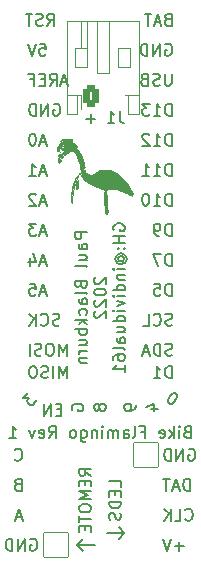
<source format=gbo>
%TF.GenerationSoftware,KiCad,Pcbnew,(6.0.7)*%
%TF.CreationDate,2022-08-02T21:03:16-07:00*%
%TF.ProjectId,Bike Flamingo for Itsy Bitsy 5V 16MHz_ USB Power Rev 1,42696b65-2046-46c6-916d-696e676f2066,rev?*%
%TF.SameCoordinates,Original*%
%TF.FileFunction,Legend,Bot*%
%TF.FilePolarity,Positive*%
%FSLAX46Y46*%
G04 Gerber Fmt 4.6, Leading zero omitted, Abs format (unit mm)*
G04 Created by KiCad (PCBNEW (6.0.7)) date 2022-08-02 21:03:16*
%MOMM*%
%LPD*%
G01*
G04 APERTURE LIST*
G04 Aperture macros list*
%AMRoundRect*
0 Rectangle with rounded corners*
0 $1 Rounding radius*
0 $2 $3 $4 $5 $6 $7 $8 $9 X,Y pos of 4 corners*
0 Add a 4 corners polygon primitive as box body*
4,1,4,$2,$3,$4,$5,$6,$7,$8,$9,$2,$3,0*
0 Add four circle primitives for the rounded corners*
1,1,$1+$1,$2,$3*
1,1,$1+$1,$4,$5*
1,1,$1+$1,$6,$7*
1,1,$1+$1,$8,$9*
0 Add four rect primitives between the rounded corners*
20,1,$1+$1,$2,$3,$4,$5,0*
20,1,$1+$1,$4,$5,$6,$7,0*
20,1,$1+$1,$6,$7,$8,$9,0*
20,1,$1+$1,$8,$9,$2,$3,0*%
G04 Aperture macros list end*
%ADD10C,0.150000*%
%ADD11C,0.120000*%
%ADD12C,0.010000*%
%ADD13C,1.625600*%
%ADD14RoundRect,0.050800X-1.050000X1.050000X-1.050000X-1.050000X1.050000X-1.050000X1.050000X1.050000X0*%
%ADD15C,2.201600*%
%ADD16RoundRect,0.050800X1.050000X-1.050000X1.050000X1.050000X-1.050000X1.050000X-1.050000X-1.050000X0*%
%ADD17RoundRect,0.300800X-0.350000X-0.625000X0.350000X-0.625000X0.350000X0.625000X-0.350000X0.625000X0*%
%ADD18O,1.301600X1.851600*%
G04 APERTURE END LIST*
D10*
X126250000Y-128500000D02*
X127750000Y-128500000D01*
X127250000Y-128000000D02*
X127750000Y-128500000D01*
X127250000Y-129000000D02*
X127750000Y-128500000D01*
X127750000Y-128500000D02*
X126250000Y-128500000D01*
X124250000Y-130000000D02*
X123750000Y-129500000D01*
X124250000Y-129000000D02*
X123750000Y-129500000D01*
X125250000Y-129500000D02*
X123750000Y-129500000D01*
X123750000Y-129500000D02*
X125250000Y-129500000D01*
X125298152Y-93416428D02*
X124536247Y-93416428D01*
X124917200Y-93797380D02*
X124917200Y-93035476D01*
X132764642Y-129611428D02*
X132002738Y-129611428D01*
X132383690Y-129992380D02*
X132383690Y-129230476D01*
X131669404Y-128992380D02*
X131336071Y-129992380D01*
X131002738Y-128992380D01*
X127452380Y-124610952D02*
X127452380Y-124134761D01*
X126452380Y-124134761D01*
X126928571Y-124944285D02*
X126928571Y-125277619D01*
X127452380Y-125420476D02*
X127452380Y-124944285D01*
X126452380Y-124944285D01*
X126452380Y-125420476D01*
X127452380Y-125849047D02*
X126452380Y-125849047D01*
X126452380Y-126087142D01*
X126500000Y-126230000D01*
X126595238Y-126325238D01*
X126690476Y-126372857D01*
X126880952Y-126420476D01*
X127023809Y-126420476D01*
X127214285Y-126372857D01*
X127309523Y-126325238D01*
X127404761Y-126230000D01*
X127452380Y-126087142D01*
X127452380Y-125849047D01*
X127404761Y-126801428D02*
X127452380Y-126944285D01*
X127452380Y-127182380D01*
X127404761Y-127277619D01*
X127357142Y-127325238D01*
X127261904Y-127372857D01*
X127166666Y-127372857D01*
X127071428Y-127325238D01*
X127023809Y-127277619D01*
X126976190Y-127182380D01*
X126928571Y-126991904D01*
X126880952Y-126896666D01*
X126833333Y-126849047D01*
X126738095Y-126801428D01*
X126642857Y-126801428D01*
X126547619Y-126849047D01*
X126500000Y-126896666D01*
X126452380Y-126991904D01*
X126452380Y-127230000D01*
X126500000Y-127372857D01*
X133193214Y-121420000D02*
X133288452Y-121372380D01*
X133431309Y-121372380D01*
X133574166Y-121420000D01*
X133669404Y-121515238D01*
X133717023Y-121610476D01*
X133764642Y-121800952D01*
X133764642Y-121943809D01*
X133717023Y-122134285D01*
X133669404Y-122229523D01*
X133574166Y-122324761D01*
X133431309Y-122372380D01*
X133336071Y-122372380D01*
X133193214Y-122324761D01*
X133145595Y-122277142D01*
X133145595Y-121943809D01*
X133336071Y-121943809D01*
X132717023Y-122372380D02*
X132717023Y-121372380D01*
X132145595Y-122372380D01*
X132145595Y-121372380D01*
X131669404Y-122372380D02*
X131669404Y-121372380D01*
X131431309Y-121372380D01*
X131288452Y-121420000D01*
X131193214Y-121515238D01*
X131145595Y-121610476D01*
X131097976Y-121800952D01*
X131097976Y-121943809D01*
X131145595Y-122134285D01*
X131193214Y-122229523D01*
X131288452Y-122324761D01*
X131431309Y-122372380D01*
X131669404Y-122372380D01*
X132907500Y-127357142D02*
X132955119Y-127404761D01*
X133097976Y-127452380D01*
X133193214Y-127452380D01*
X133336071Y-127404761D01*
X133431309Y-127309523D01*
X133478928Y-127214285D01*
X133526547Y-127023809D01*
X133526547Y-126880952D01*
X133478928Y-126690476D01*
X133431309Y-126595238D01*
X133336071Y-126500000D01*
X133193214Y-126452380D01*
X133097976Y-126452380D01*
X132955119Y-126500000D01*
X132907500Y-126547619D01*
X132002738Y-127452380D02*
X132478928Y-127452380D01*
X132478928Y-126452380D01*
X131669404Y-127452380D02*
X131669404Y-126452380D01*
X131097976Y-127452380D02*
X131526547Y-126880952D01*
X131097976Y-126452380D02*
X131669404Y-127023809D01*
X133288452Y-124912380D02*
X133288452Y-123912380D01*
X133050357Y-123912380D01*
X132907500Y-123960000D01*
X132812261Y-124055238D01*
X132764642Y-124150476D01*
X132717023Y-124340952D01*
X132717023Y-124483809D01*
X132764642Y-124674285D01*
X132812261Y-124769523D01*
X132907500Y-124864761D01*
X133050357Y-124912380D01*
X133288452Y-124912380D01*
X132336071Y-124626666D02*
X131859880Y-124626666D01*
X132431309Y-124912380D02*
X132097976Y-123912380D01*
X131764642Y-124912380D01*
X131574166Y-123912380D02*
X131002738Y-123912380D01*
X131288452Y-124912380D02*
X131288452Y-123912380D01*
X124572380Y-103061190D02*
X123572380Y-103061190D01*
X123572380Y-103442142D01*
X123620000Y-103537380D01*
X123667619Y-103585000D01*
X123762857Y-103632619D01*
X123905714Y-103632619D01*
X124000952Y-103585000D01*
X124048571Y-103537380D01*
X124096190Y-103442142D01*
X124096190Y-103061190D01*
X124572380Y-104489761D02*
X124048571Y-104489761D01*
X123953333Y-104442142D01*
X123905714Y-104346904D01*
X123905714Y-104156428D01*
X123953333Y-104061190D01*
X124524761Y-104489761D02*
X124572380Y-104394523D01*
X124572380Y-104156428D01*
X124524761Y-104061190D01*
X124429523Y-104013571D01*
X124334285Y-104013571D01*
X124239047Y-104061190D01*
X124191428Y-104156428D01*
X124191428Y-104394523D01*
X124143809Y-104489761D01*
X123905714Y-105394523D02*
X124572380Y-105394523D01*
X123905714Y-104965952D02*
X124429523Y-104965952D01*
X124524761Y-105013571D01*
X124572380Y-105108809D01*
X124572380Y-105251666D01*
X124524761Y-105346904D01*
X124477142Y-105394523D01*
X124572380Y-106013571D02*
X124524761Y-105918333D01*
X124429523Y-105870714D01*
X123572380Y-105870714D01*
X124048571Y-107489761D02*
X124096190Y-107632619D01*
X124143809Y-107680238D01*
X124239047Y-107727857D01*
X124381904Y-107727857D01*
X124477142Y-107680238D01*
X124524761Y-107632619D01*
X124572380Y-107537380D01*
X124572380Y-107156428D01*
X123572380Y-107156428D01*
X123572380Y-107489761D01*
X123620000Y-107585000D01*
X123667619Y-107632619D01*
X123762857Y-107680238D01*
X123858095Y-107680238D01*
X123953333Y-107632619D01*
X124000952Y-107585000D01*
X124048571Y-107489761D01*
X124048571Y-107156428D01*
X124572380Y-108299285D02*
X124524761Y-108204047D01*
X124429523Y-108156428D01*
X123572380Y-108156428D01*
X124572380Y-109108809D02*
X124048571Y-109108809D01*
X123953333Y-109061190D01*
X123905714Y-108965952D01*
X123905714Y-108775476D01*
X123953333Y-108680238D01*
X124524761Y-109108809D02*
X124572380Y-109013571D01*
X124572380Y-108775476D01*
X124524761Y-108680238D01*
X124429523Y-108632619D01*
X124334285Y-108632619D01*
X124239047Y-108680238D01*
X124191428Y-108775476D01*
X124191428Y-109013571D01*
X124143809Y-109108809D01*
X124524761Y-110013571D02*
X124572380Y-109918333D01*
X124572380Y-109727857D01*
X124524761Y-109632619D01*
X124477142Y-109585000D01*
X124381904Y-109537380D01*
X124096190Y-109537380D01*
X124000952Y-109585000D01*
X123953333Y-109632619D01*
X123905714Y-109727857D01*
X123905714Y-109918333D01*
X123953333Y-110013571D01*
X124572380Y-110442142D02*
X123572380Y-110442142D01*
X124191428Y-110537380D02*
X124572380Y-110823095D01*
X123905714Y-110823095D02*
X124286666Y-110442142D01*
X124572380Y-111251666D02*
X123572380Y-111251666D01*
X123953333Y-111251666D02*
X123905714Y-111346904D01*
X123905714Y-111537380D01*
X123953333Y-111632619D01*
X124000952Y-111680238D01*
X124096190Y-111727857D01*
X124381904Y-111727857D01*
X124477142Y-111680238D01*
X124524761Y-111632619D01*
X124572380Y-111537380D01*
X124572380Y-111346904D01*
X124524761Y-111251666D01*
X123905714Y-112585000D02*
X124572380Y-112585000D01*
X123905714Y-112156428D02*
X124429523Y-112156428D01*
X124524761Y-112204047D01*
X124572380Y-112299285D01*
X124572380Y-112442142D01*
X124524761Y-112537380D01*
X124477142Y-112585000D01*
X124572380Y-113061190D02*
X123905714Y-113061190D01*
X124096190Y-113061190D02*
X124000952Y-113108809D01*
X123953333Y-113156428D01*
X123905714Y-113251666D01*
X123905714Y-113346904D01*
X123905714Y-113680238D02*
X124572380Y-113680238D01*
X124000952Y-113680238D02*
X123953333Y-113727857D01*
X123905714Y-113823095D01*
X123905714Y-113965952D01*
X123953333Y-114061190D01*
X124048571Y-114108809D01*
X124572380Y-114108809D01*
X125277619Y-106870714D02*
X125230000Y-106918333D01*
X125182380Y-107013571D01*
X125182380Y-107251666D01*
X125230000Y-107346904D01*
X125277619Y-107394523D01*
X125372857Y-107442142D01*
X125468095Y-107442142D01*
X125610952Y-107394523D01*
X126182380Y-106823095D01*
X126182380Y-107442142D01*
X125182380Y-108061190D02*
X125182380Y-108156428D01*
X125230000Y-108251666D01*
X125277619Y-108299285D01*
X125372857Y-108346904D01*
X125563333Y-108394523D01*
X125801428Y-108394523D01*
X125991904Y-108346904D01*
X126087142Y-108299285D01*
X126134761Y-108251666D01*
X126182380Y-108156428D01*
X126182380Y-108061190D01*
X126134761Y-107965952D01*
X126087142Y-107918333D01*
X125991904Y-107870714D01*
X125801428Y-107823095D01*
X125563333Y-107823095D01*
X125372857Y-107870714D01*
X125277619Y-107918333D01*
X125230000Y-107965952D01*
X125182380Y-108061190D01*
X125277619Y-108775476D02*
X125230000Y-108823095D01*
X125182380Y-108918333D01*
X125182380Y-109156428D01*
X125230000Y-109251666D01*
X125277619Y-109299285D01*
X125372857Y-109346904D01*
X125468095Y-109346904D01*
X125610952Y-109299285D01*
X126182380Y-108727857D01*
X126182380Y-109346904D01*
X125277619Y-109727857D02*
X125230000Y-109775476D01*
X125182380Y-109870714D01*
X125182380Y-110108809D01*
X125230000Y-110204047D01*
X125277619Y-110251666D01*
X125372857Y-110299285D01*
X125468095Y-110299285D01*
X125610952Y-110251666D01*
X126182380Y-109680238D01*
X126182380Y-110299285D01*
X126840000Y-102870714D02*
X126792380Y-102775476D01*
X126792380Y-102632619D01*
X126840000Y-102489761D01*
X126935238Y-102394523D01*
X127030476Y-102346904D01*
X127220952Y-102299285D01*
X127363809Y-102299285D01*
X127554285Y-102346904D01*
X127649523Y-102394523D01*
X127744761Y-102489761D01*
X127792380Y-102632619D01*
X127792380Y-102727857D01*
X127744761Y-102870714D01*
X127697142Y-102918333D01*
X127363809Y-102918333D01*
X127363809Y-102727857D01*
X127792380Y-103346904D02*
X126792380Y-103346904D01*
X127268571Y-103346904D02*
X127268571Y-103918333D01*
X127792380Y-103918333D02*
X126792380Y-103918333D01*
X127697142Y-104394523D02*
X127744761Y-104442142D01*
X127792380Y-104394523D01*
X127744761Y-104346904D01*
X127697142Y-104394523D01*
X127792380Y-104394523D01*
X127173333Y-104394523D02*
X127220952Y-104442142D01*
X127268571Y-104394523D01*
X127220952Y-104346904D01*
X127173333Y-104394523D01*
X127268571Y-104394523D01*
X127316190Y-105489761D02*
X127268571Y-105442142D01*
X127220952Y-105346904D01*
X127220952Y-105251666D01*
X127268571Y-105156428D01*
X127316190Y-105108809D01*
X127411428Y-105061190D01*
X127506666Y-105061190D01*
X127601904Y-105108809D01*
X127649523Y-105156428D01*
X127697142Y-105251666D01*
X127697142Y-105346904D01*
X127649523Y-105442142D01*
X127601904Y-105489761D01*
X127220952Y-105489761D02*
X127601904Y-105489761D01*
X127649523Y-105537380D01*
X127649523Y-105585000D01*
X127601904Y-105680238D01*
X127506666Y-105727857D01*
X127268571Y-105727857D01*
X127125714Y-105632619D01*
X127030476Y-105489761D01*
X126982857Y-105299285D01*
X127030476Y-105108809D01*
X127125714Y-104965952D01*
X127268571Y-104870714D01*
X127459047Y-104823095D01*
X127649523Y-104870714D01*
X127792380Y-104965952D01*
X127887619Y-105108809D01*
X127935238Y-105299285D01*
X127887619Y-105489761D01*
X127792380Y-105632619D01*
X127792380Y-106156428D02*
X127125714Y-106156428D01*
X126792380Y-106156428D02*
X126840000Y-106108809D01*
X126887619Y-106156428D01*
X126840000Y-106204047D01*
X126792380Y-106156428D01*
X126887619Y-106156428D01*
X127125714Y-106632619D02*
X127792380Y-106632619D01*
X127220952Y-106632619D02*
X127173333Y-106680238D01*
X127125714Y-106775476D01*
X127125714Y-106918333D01*
X127173333Y-107013571D01*
X127268571Y-107061190D01*
X127792380Y-107061190D01*
X127792380Y-107965952D02*
X126792380Y-107965952D01*
X127744761Y-107965952D02*
X127792380Y-107870714D01*
X127792380Y-107680238D01*
X127744761Y-107585000D01*
X127697142Y-107537380D01*
X127601904Y-107489761D01*
X127316190Y-107489761D01*
X127220952Y-107537380D01*
X127173333Y-107585000D01*
X127125714Y-107680238D01*
X127125714Y-107870714D01*
X127173333Y-107965952D01*
X127792380Y-108442142D02*
X127125714Y-108442142D01*
X126792380Y-108442142D02*
X126840000Y-108394523D01*
X126887619Y-108442142D01*
X126840000Y-108489761D01*
X126792380Y-108442142D01*
X126887619Y-108442142D01*
X127125714Y-108823095D02*
X127792380Y-109061190D01*
X127125714Y-109299285D01*
X127792380Y-109680238D02*
X127125714Y-109680238D01*
X126792380Y-109680238D02*
X126840000Y-109632619D01*
X126887619Y-109680238D01*
X126840000Y-109727857D01*
X126792380Y-109680238D01*
X126887619Y-109680238D01*
X127792380Y-110585000D02*
X126792380Y-110585000D01*
X127744761Y-110585000D02*
X127792380Y-110489761D01*
X127792380Y-110299285D01*
X127744761Y-110204047D01*
X127697142Y-110156428D01*
X127601904Y-110108809D01*
X127316190Y-110108809D01*
X127220952Y-110156428D01*
X127173333Y-110204047D01*
X127125714Y-110299285D01*
X127125714Y-110489761D01*
X127173333Y-110585000D01*
X127125714Y-111489761D02*
X127792380Y-111489761D01*
X127125714Y-111061190D02*
X127649523Y-111061190D01*
X127744761Y-111108809D01*
X127792380Y-111204047D01*
X127792380Y-111346904D01*
X127744761Y-111442142D01*
X127697142Y-111489761D01*
X127792380Y-112394523D02*
X127268571Y-112394523D01*
X127173333Y-112346904D01*
X127125714Y-112251666D01*
X127125714Y-112061190D01*
X127173333Y-111965952D01*
X127744761Y-112394523D02*
X127792380Y-112299285D01*
X127792380Y-112061190D01*
X127744761Y-111965952D01*
X127649523Y-111918333D01*
X127554285Y-111918333D01*
X127459047Y-111965952D01*
X127411428Y-112061190D01*
X127411428Y-112299285D01*
X127363809Y-112394523D01*
X127792380Y-113013571D02*
X127744761Y-112918333D01*
X127649523Y-112870714D01*
X126792380Y-112870714D01*
X126792380Y-113823095D02*
X126792380Y-113632619D01*
X126840000Y-113537380D01*
X126887619Y-113489761D01*
X127030476Y-113394523D01*
X127220952Y-113346904D01*
X127601904Y-113346904D01*
X127697142Y-113394523D01*
X127744761Y-113442142D01*
X127792380Y-113537380D01*
X127792380Y-113727857D01*
X127744761Y-113823095D01*
X127697142Y-113870714D01*
X127601904Y-113918333D01*
X127363809Y-113918333D01*
X127268571Y-113870714D01*
X127220952Y-113823095D01*
X127173333Y-113727857D01*
X127173333Y-113537380D01*
X127220952Y-113442142D01*
X127268571Y-113394523D01*
X127363809Y-113346904D01*
X127792380Y-114870714D02*
X127792380Y-114299285D01*
X127792380Y-114585000D02*
X126792380Y-114585000D01*
X126935238Y-114489761D01*
X127030476Y-114394523D01*
X127078095Y-114299285D01*
X118472976Y-122277142D02*
X118520595Y-122324761D01*
X118663452Y-122372380D01*
X118758690Y-122372380D01*
X118901547Y-122324761D01*
X118996785Y-122229523D01*
X119044404Y-122134285D01*
X119092023Y-121943809D01*
X119092023Y-121800952D01*
X119044404Y-121610476D01*
X118996785Y-121515238D01*
X118901547Y-121420000D01*
X118758690Y-121372380D01*
X118663452Y-121372380D01*
X118520595Y-121420000D01*
X118472976Y-121467619D01*
X119790595Y-129040000D02*
X119885833Y-128992380D01*
X120028690Y-128992380D01*
X120171547Y-129040000D01*
X120266785Y-129135238D01*
X120314404Y-129230476D01*
X120362023Y-129420952D01*
X120362023Y-129563809D01*
X120314404Y-129754285D01*
X120266785Y-129849523D01*
X120171547Y-129944761D01*
X120028690Y-129992380D01*
X119933452Y-129992380D01*
X119790595Y-129944761D01*
X119742976Y-129897142D01*
X119742976Y-129563809D01*
X119933452Y-129563809D01*
X119314404Y-129992380D02*
X119314404Y-128992380D01*
X118742976Y-129992380D01*
X118742976Y-128992380D01*
X118266785Y-129992380D02*
X118266785Y-128992380D01*
X118028690Y-128992380D01*
X117885833Y-129040000D01*
X117790595Y-129135238D01*
X117742976Y-129230476D01*
X117695357Y-129420952D01*
X117695357Y-129563809D01*
X117742976Y-129754285D01*
X117790595Y-129849523D01*
X117885833Y-129944761D01*
X118028690Y-129992380D01*
X118266785Y-129992380D01*
X118711071Y-124388571D02*
X118568214Y-124436190D01*
X118520595Y-124483809D01*
X118472976Y-124579047D01*
X118472976Y-124721904D01*
X118520595Y-124817142D01*
X118568214Y-124864761D01*
X118663452Y-124912380D01*
X119044404Y-124912380D01*
X119044404Y-123912380D01*
X118711071Y-123912380D01*
X118615833Y-123960000D01*
X118568214Y-124007619D01*
X118520595Y-124102857D01*
X118520595Y-124198095D01*
X118568214Y-124293333D01*
X118615833Y-124340952D01*
X118711071Y-124388571D01*
X119044404Y-124388571D01*
X119092023Y-127166666D02*
X118615833Y-127166666D01*
X119187261Y-127452380D02*
X118853928Y-126452380D01*
X118520595Y-127452380D01*
X124912380Y-123658571D02*
X124436190Y-123325238D01*
X124912380Y-123087142D02*
X123912380Y-123087142D01*
X123912380Y-123468095D01*
X123960000Y-123563333D01*
X124007619Y-123610952D01*
X124102857Y-123658571D01*
X124245714Y-123658571D01*
X124340952Y-123610952D01*
X124388571Y-123563333D01*
X124436190Y-123468095D01*
X124436190Y-123087142D01*
X124388571Y-124087142D02*
X124388571Y-124420476D01*
X124912380Y-124563333D02*
X124912380Y-124087142D01*
X123912380Y-124087142D01*
X123912380Y-124563333D01*
X124912380Y-124991904D02*
X123912380Y-124991904D01*
X124626666Y-125325238D01*
X123912380Y-125658571D01*
X124912380Y-125658571D01*
X123912380Y-126325238D02*
X123912380Y-126515714D01*
X123960000Y-126610952D01*
X124055238Y-126706190D01*
X124245714Y-126753809D01*
X124579047Y-126753809D01*
X124769523Y-126706190D01*
X124864761Y-126610952D01*
X124912380Y-126515714D01*
X124912380Y-126325238D01*
X124864761Y-126230000D01*
X124769523Y-126134761D01*
X124579047Y-126087142D01*
X124245714Y-126087142D01*
X124055238Y-126134761D01*
X123960000Y-126230000D01*
X123912380Y-126325238D01*
X123912380Y-127039523D02*
X123912380Y-127610952D01*
X124912380Y-127325238D02*
X123912380Y-127325238D01*
X124388571Y-127944285D02*
X124388571Y-128277619D01*
X124912380Y-128420476D02*
X124912380Y-127944285D01*
X123912380Y-127944285D01*
X123912380Y-128420476D01*
X133063333Y-119943571D02*
X132920476Y-119991190D01*
X132872857Y-120038809D01*
X132825238Y-120134047D01*
X132825238Y-120276904D01*
X132872857Y-120372142D01*
X132920476Y-120419761D01*
X133015714Y-120467380D01*
X133396666Y-120467380D01*
X133396666Y-119467380D01*
X133063333Y-119467380D01*
X132968095Y-119515000D01*
X132920476Y-119562619D01*
X132872857Y-119657857D01*
X132872857Y-119753095D01*
X132920476Y-119848333D01*
X132968095Y-119895952D01*
X133063333Y-119943571D01*
X133396666Y-119943571D01*
X132396666Y-120467380D02*
X132396666Y-119800714D01*
X132396666Y-119467380D02*
X132444285Y-119515000D01*
X132396666Y-119562619D01*
X132349047Y-119515000D01*
X132396666Y-119467380D01*
X132396666Y-119562619D01*
X131920476Y-120467380D02*
X131920476Y-119467380D01*
X131825238Y-120086428D02*
X131539523Y-120467380D01*
X131539523Y-119800714D02*
X131920476Y-120181666D01*
X130730000Y-120419761D02*
X130825238Y-120467380D01*
X131015714Y-120467380D01*
X131110952Y-120419761D01*
X131158571Y-120324523D01*
X131158571Y-119943571D01*
X131110952Y-119848333D01*
X131015714Y-119800714D01*
X130825238Y-119800714D01*
X130730000Y-119848333D01*
X130682380Y-119943571D01*
X130682380Y-120038809D01*
X131158571Y-120134047D01*
X129158571Y-119943571D02*
X129491904Y-119943571D01*
X129491904Y-120467380D02*
X129491904Y-119467380D01*
X129015714Y-119467380D01*
X128491904Y-120467380D02*
X128587142Y-120419761D01*
X128634761Y-120324523D01*
X128634761Y-119467380D01*
X127682380Y-120467380D02*
X127682380Y-119943571D01*
X127730000Y-119848333D01*
X127825238Y-119800714D01*
X128015714Y-119800714D01*
X128110952Y-119848333D01*
X127682380Y-120419761D02*
X127777619Y-120467380D01*
X128015714Y-120467380D01*
X128110952Y-120419761D01*
X128158571Y-120324523D01*
X128158571Y-120229285D01*
X128110952Y-120134047D01*
X128015714Y-120086428D01*
X127777619Y-120086428D01*
X127682380Y-120038809D01*
X127206190Y-120467380D02*
X127206190Y-119800714D01*
X127206190Y-119895952D02*
X127158571Y-119848333D01*
X127063333Y-119800714D01*
X126920476Y-119800714D01*
X126825238Y-119848333D01*
X126777619Y-119943571D01*
X126777619Y-120467380D01*
X126777619Y-119943571D02*
X126730000Y-119848333D01*
X126634761Y-119800714D01*
X126491904Y-119800714D01*
X126396666Y-119848333D01*
X126349047Y-119943571D01*
X126349047Y-120467380D01*
X125872857Y-120467380D02*
X125872857Y-119800714D01*
X125872857Y-119467380D02*
X125920476Y-119515000D01*
X125872857Y-119562619D01*
X125825238Y-119515000D01*
X125872857Y-119467380D01*
X125872857Y-119562619D01*
X125396666Y-119800714D02*
X125396666Y-120467380D01*
X125396666Y-119895952D02*
X125349047Y-119848333D01*
X125253809Y-119800714D01*
X125110952Y-119800714D01*
X125015714Y-119848333D01*
X124968095Y-119943571D01*
X124968095Y-120467380D01*
X124063333Y-119800714D02*
X124063333Y-120610238D01*
X124110952Y-120705476D01*
X124158571Y-120753095D01*
X124253809Y-120800714D01*
X124396666Y-120800714D01*
X124491904Y-120753095D01*
X124063333Y-120419761D02*
X124158571Y-120467380D01*
X124349047Y-120467380D01*
X124444285Y-120419761D01*
X124491904Y-120372142D01*
X124539523Y-120276904D01*
X124539523Y-119991190D01*
X124491904Y-119895952D01*
X124444285Y-119848333D01*
X124349047Y-119800714D01*
X124158571Y-119800714D01*
X124063333Y-119848333D01*
X123444285Y-120467380D02*
X123539523Y-120419761D01*
X123587142Y-120372142D01*
X123634761Y-120276904D01*
X123634761Y-119991190D01*
X123587142Y-119895952D01*
X123539523Y-119848333D01*
X123444285Y-119800714D01*
X123301428Y-119800714D01*
X123206190Y-119848333D01*
X123158571Y-119895952D01*
X123110952Y-119991190D01*
X123110952Y-120276904D01*
X123158571Y-120372142D01*
X123206190Y-120419761D01*
X123301428Y-120467380D01*
X123444285Y-120467380D01*
X121349047Y-120467380D02*
X121682380Y-119991190D01*
X121920476Y-120467380D02*
X121920476Y-119467380D01*
X121539523Y-119467380D01*
X121444285Y-119515000D01*
X121396666Y-119562619D01*
X121349047Y-119657857D01*
X121349047Y-119800714D01*
X121396666Y-119895952D01*
X121444285Y-119943571D01*
X121539523Y-119991190D01*
X121920476Y-119991190D01*
X120539523Y-120419761D02*
X120634761Y-120467380D01*
X120825238Y-120467380D01*
X120920476Y-120419761D01*
X120968095Y-120324523D01*
X120968095Y-119943571D01*
X120920476Y-119848333D01*
X120825238Y-119800714D01*
X120634761Y-119800714D01*
X120539523Y-119848333D01*
X120491904Y-119943571D01*
X120491904Y-120038809D01*
X120968095Y-120134047D01*
X120158571Y-119800714D02*
X119920476Y-120467380D01*
X119682380Y-119800714D01*
X118015714Y-120467380D02*
X118587142Y-120467380D01*
X118301428Y-120467380D02*
X118301428Y-119467380D01*
X118396666Y-119610238D01*
X118491904Y-119705476D01*
X118587142Y-119753095D01*
%TO.C,U1*%
X121096547Y-95416666D02*
X120620357Y-95416666D01*
X121191785Y-95702380D02*
X120858452Y-94702380D01*
X120525119Y-95702380D01*
X120001309Y-94702380D02*
X119906071Y-94702380D01*
X119810833Y-94750000D01*
X119763214Y-94797619D01*
X119715595Y-94892857D01*
X119667976Y-95083333D01*
X119667976Y-95321428D01*
X119715595Y-95511904D01*
X119763214Y-95607142D01*
X119810833Y-95654761D01*
X119906071Y-95702380D01*
X120001309Y-95702380D01*
X120096547Y-95654761D01*
X120144166Y-95607142D01*
X120191785Y-95511904D01*
X120239404Y-95321428D01*
X120239404Y-95083333D01*
X120191785Y-94892857D01*
X120144166Y-94797619D01*
X120096547Y-94750000D01*
X120001309Y-94702380D01*
X131744404Y-95702380D02*
X131744404Y-94702380D01*
X131506309Y-94702380D01*
X131363452Y-94750000D01*
X131268214Y-94845238D01*
X131220595Y-94940476D01*
X131172976Y-95130952D01*
X131172976Y-95273809D01*
X131220595Y-95464285D01*
X131268214Y-95559523D01*
X131363452Y-95654761D01*
X131506309Y-95702380D01*
X131744404Y-95702380D01*
X130220595Y-95702380D02*
X130792023Y-95702380D01*
X130506309Y-95702380D02*
X130506309Y-94702380D01*
X130601547Y-94845238D01*
X130696785Y-94940476D01*
X130792023Y-94988095D01*
X129839642Y-94797619D02*
X129792023Y-94750000D01*
X129696785Y-94702380D01*
X129458690Y-94702380D01*
X129363452Y-94750000D01*
X129315833Y-94797619D01*
X129268214Y-94892857D01*
X129268214Y-94988095D01*
X129315833Y-95130952D01*
X129887261Y-95702380D01*
X129268214Y-95702380D01*
X122858452Y-113482380D02*
X122858452Y-112482380D01*
X122525119Y-113196666D01*
X122191785Y-112482380D01*
X122191785Y-113482380D01*
X121525119Y-112482380D02*
X121334642Y-112482380D01*
X121239404Y-112530000D01*
X121144166Y-112625238D01*
X121096547Y-112815714D01*
X121096547Y-113149047D01*
X121144166Y-113339523D01*
X121239404Y-113434761D01*
X121334642Y-113482380D01*
X121525119Y-113482380D01*
X121620357Y-113434761D01*
X121715595Y-113339523D01*
X121763214Y-113149047D01*
X121763214Y-112815714D01*
X121715595Y-112625238D01*
X121620357Y-112530000D01*
X121525119Y-112482380D01*
X120715595Y-113434761D02*
X120572738Y-113482380D01*
X120334642Y-113482380D01*
X120239404Y-113434761D01*
X120191785Y-113387142D01*
X120144166Y-113291904D01*
X120144166Y-113196666D01*
X120191785Y-113101428D01*
X120239404Y-113053809D01*
X120334642Y-113006190D01*
X120525119Y-112958571D01*
X120620357Y-112910952D01*
X120667976Y-112863333D01*
X120715595Y-112768095D01*
X120715595Y-112672857D01*
X120667976Y-112577619D01*
X120620357Y-112530000D01*
X120525119Y-112482380D01*
X120287023Y-112482380D01*
X120144166Y-112530000D01*
X119715595Y-113482380D02*
X119715595Y-112482380D01*
X121096547Y-108116666D02*
X120620357Y-108116666D01*
X121191785Y-108402380D02*
X120858452Y-107402380D01*
X120525119Y-108402380D01*
X119715595Y-107402380D02*
X120191785Y-107402380D01*
X120239404Y-107878571D01*
X120191785Y-107830952D01*
X120096547Y-107783333D01*
X119858452Y-107783333D01*
X119763214Y-107830952D01*
X119715595Y-107878571D01*
X119667976Y-107973809D01*
X119667976Y-108211904D01*
X119715595Y-108307142D01*
X119763214Y-108354761D01*
X119858452Y-108402380D01*
X120096547Y-108402380D01*
X120191785Y-108354761D01*
X120239404Y-108307142D01*
X121096547Y-103036666D02*
X120620357Y-103036666D01*
X121191785Y-103322380D02*
X120858452Y-102322380D01*
X120525119Y-103322380D01*
X120287023Y-102322380D02*
X119667976Y-102322380D01*
X120001309Y-102703333D01*
X119858452Y-102703333D01*
X119763214Y-102750952D01*
X119715595Y-102798571D01*
X119667976Y-102893809D01*
X119667976Y-103131904D01*
X119715595Y-103227142D01*
X119763214Y-103274761D01*
X119858452Y-103322380D01*
X120144166Y-103322380D01*
X120239404Y-103274761D01*
X120287023Y-103227142D01*
X131744404Y-100782380D02*
X131744404Y-99782380D01*
X131506309Y-99782380D01*
X131363452Y-99830000D01*
X131268214Y-99925238D01*
X131220595Y-100020476D01*
X131172976Y-100210952D01*
X131172976Y-100353809D01*
X131220595Y-100544285D01*
X131268214Y-100639523D01*
X131363452Y-100734761D01*
X131506309Y-100782380D01*
X131744404Y-100782380D01*
X130220595Y-100782380D02*
X130792023Y-100782380D01*
X130506309Y-100782380D02*
X130506309Y-99782380D01*
X130601547Y-99925238D01*
X130696785Y-100020476D01*
X130792023Y-100068095D01*
X129601547Y-99782380D02*
X129506309Y-99782380D01*
X129411071Y-99830000D01*
X129363452Y-99877619D01*
X129315833Y-99972857D01*
X129268214Y-100163333D01*
X129268214Y-100401428D01*
X129315833Y-100591904D01*
X129363452Y-100687142D01*
X129411071Y-100734761D01*
X129506309Y-100782380D01*
X129601547Y-100782380D01*
X129696785Y-100734761D01*
X129744404Y-100687142D01*
X129792023Y-100591904D01*
X129839642Y-100401428D01*
X129839642Y-100163333D01*
X129792023Y-99972857D01*
X129744404Y-99877619D01*
X129696785Y-99830000D01*
X129601547Y-99782380D01*
X131792023Y-110894761D02*
X131649166Y-110942380D01*
X131411071Y-110942380D01*
X131315833Y-110894761D01*
X131268214Y-110847142D01*
X131220595Y-110751904D01*
X131220595Y-110656666D01*
X131268214Y-110561428D01*
X131315833Y-110513809D01*
X131411071Y-110466190D01*
X131601547Y-110418571D01*
X131696785Y-110370952D01*
X131744404Y-110323333D01*
X131792023Y-110228095D01*
X131792023Y-110132857D01*
X131744404Y-110037619D01*
X131696785Y-109990000D01*
X131601547Y-109942380D01*
X131363452Y-109942380D01*
X131220595Y-109990000D01*
X130220595Y-110847142D02*
X130268214Y-110894761D01*
X130411071Y-110942380D01*
X130506309Y-110942380D01*
X130649166Y-110894761D01*
X130744404Y-110799523D01*
X130792023Y-110704285D01*
X130839642Y-110513809D01*
X130839642Y-110370952D01*
X130792023Y-110180476D01*
X130744404Y-110085238D01*
X130649166Y-109990000D01*
X130506309Y-109942380D01*
X130411071Y-109942380D01*
X130268214Y-109990000D01*
X130220595Y-110037619D01*
X129315833Y-110942380D02*
X129792023Y-110942380D01*
X129792023Y-109942380D01*
X121197619Y-85542380D02*
X121530952Y-85066190D01*
X121769047Y-85542380D02*
X121769047Y-84542380D01*
X121388095Y-84542380D01*
X121292857Y-84590000D01*
X121245238Y-84637619D01*
X121197619Y-84732857D01*
X121197619Y-84875714D01*
X121245238Y-84970952D01*
X121292857Y-85018571D01*
X121388095Y-85066190D01*
X121769047Y-85066190D01*
X120816666Y-85494761D02*
X120673809Y-85542380D01*
X120435714Y-85542380D01*
X120340476Y-85494761D01*
X120292857Y-85447142D01*
X120245238Y-85351904D01*
X120245238Y-85256666D01*
X120292857Y-85161428D01*
X120340476Y-85113809D01*
X120435714Y-85066190D01*
X120626190Y-85018571D01*
X120721428Y-84970952D01*
X120769047Y-84923333D01*
X120816666Y-84828095D01*
X120816666Y-84732857D01*
X120769047Y-84637619D01*
X120721428Y-84590000D01*
X120626190Y-84542380D01*
X120388095Y-84542380D01*
X120245238Y-84590000D01*
X119959523Y-84542380D02*
X119388095Y-84542380D01*
X119673809Y-85542380D02*
X119673809Y-84542380D01*
X131744404Y-115387380D02*
X131744404Y-114387380D01*
X131506309Y-114387380D01*
X131363452Y-114435000D01*
X131268214Y-114530238D01*
X131220595Y-114625476D01*
X131172976Y-114815952D01*
X131172976Y-114958809D01*
X131220595Y-115149285D01*
X131268214Y-115244523D01*
X131363452Y-115339761D01*
X131506309Y-115387380D01*
X131744404Y-115387380D01*
X130220595Y-115387380D02*
X130792023Y-115387380D01*
X130506309Y-115387380D02*
X130506309Y-114387380D01*
X130601547Y-114530238D01*
X130696785Y-114625476D01*
X130792023Y-114673095D01*
X132141048Y-116747785D02*
X132063033Y-116693158D01*
X131957706Y-116677539D01*
X131891385Y-116689233D01*
X131797752Y-116739935D01*
X131649492Y-116868651D01*
X131512926Y-117063687D01*
X131442681Y-117247029D01*
X131427062Y-117352356D01*
X131438756Y-117418677D01*
X131489457Y-117512310D01*
X131567471Y-117566937D01*
X131672799Y-117582556D01*
X131739119Y-117570862D01*
X131832753Y-117520160D01*
X131981013Y-117391445D01*
X132117579Y-117196408D01*
X132187824Y-117013066D01*
X132203443Y-116907739D01*
X132191749Y-116841418D01*
X132141048Y-116747785D01*
X131411071Y-85018571D02*
X131268214Y-85066190D01*
X131220595Y-85113809D01*
X131172976Y-85209047D01*
X131172976Y-85351904D01*
X131220595Y-85447142D01*
X131268214Y-85494761D01*
X131363452Y-85542380D01*
X131744404Y-85542380D01*
X131744404Y-84542380D01*
X131411071Y-84542380D01*
X131315833Y-84590000D01*
X131268214Y-84637619D01*
X131220595Y-84732857D01*
X131220595Y-84828095D01*
X131268214Y-84923333D01*
X131315833Y-84970952D01*
X131411071Y-85018571D01*
X131744404Y-85018571D01*
X130792023Y-85256666D02*
X130315833Y-85256666D01*
X130887261Y-85542380D02*
X130553928Y-84542380D01*
X130220595Y-85542380D01*
X130030119Y-84542380D02*
X129458690Y-84542380D01*
X129744404Y-85542380D02*
X129744404Y-84542380D01*
X121096547Y-105576666D02*
X120620357Y-105576666D01*
X121191785Y-105862380D02*
X120858452Y-104862380D01*
X120525119Y-105862380D01*
X119763214Y-105195714D02*
X119763214Y-105862380D01*
X120001309Y-104814761D02*
X120239404Y-105529047D01*
X119620357Y-105529047D01*
X123325000Y-118117904D02*
X123277380Y-118022666D01*
X123277380Y-117879809D01*
X123325000Y-117736952D01*
X123420238Y-117641714D01*
X123515476Y-117594095D01*
X123705952Y-117546476D01*
X123848809Y-117546476D01*
X124039285Y-117594095D01*
X124134523Y-117641714D01*
X124229761Y-117736952D01*
X124277380Y-117879809D01*
X124277380Y-117975047D01*
X124229761Y-118117904D01*
X124182142Y-118165523D01*
X123848809Y-118165523D01*
X123848809Y-117975047D01*
X125610952Y-117760761D02*
X125563333Y-117665523D01*
X125515714Y-117617904D01*
X125420476Y-117570285D01*
X125372857Y-117570285D01*
X125277619Y-117617904D01*
X125230000Y-117665523D01*
X125182380Y-117760761D01*
X125182380Y-117951238D01*
X125230000Y-118046476D01*
X125277619Y-118094095D01*
X125372857Y-118141714D01*
X125420476Y-118141714D01*
X125515714Y-118094095D01*
X125563333Y-118046476D01*
X125610952Y-117951238D01*
X125610952Y-117760761D01*
X125658571Y-117665523D01*
X125706190Y-117617904D01*
X125801428Y-117570285D01*
X125991904Y-117570285D01*
X126087142Y-117617904D01*
X126134761Y-117665523D01*
X126182380Y-117760761D01*
X126182380Y-117951238D01*
X126134761Y-118046476D01*
X126087142Y-118094095D01*
X125991904Y-118141714D01*
X125801428Y-118141714D01*
X125706190Y-118094095D01*
X125658571Y-118046476D01*
X125610952Y-117951238D01*
X131744404Y-98242380D02*
X131744404Y-97242380D01*
X131506309Y-97242380D01*
X131363452Y-97290000D01*
X131268214Y-97385238D01*
X131220595Y-97480476D01*
X131172976Y-97670952D01*
X131172976Y-97813809D01*
X131220595Y-98004285D01*
X131268214Y-98099523D01*
X131363452Y-98194761D01*
X131506309Y-98242380D01*
X131744404Y-98242380D01*
X130220595Y-98242380D02*
X130792023Y-98242380D01*
X130506309Y-98242380D02*
X130506309Y-97242380D01*
X130601547Y-97385238D01*
X130696785Y-97480476D01*
X130792023Y-97528095D01*
X129268214Y-98242380D02*
X129839642Y-98242380D01*
X129553928Y-98242380D02*
X129553928Y-97242380D01*
X129649166Y-97385238D01*
X129744404Y-97480476D01*
X129839642Y-97528095D01*
X131744404Y-108402380D02*
X131744404Y-107402380D01*
X131506309Y-107402380D01*
X131363452Y-107450000D01*
X131268214Y-107545238D01*
X131220595Y-107640476D01*
X131172976Y-107830952D01*
X131172976Y-107973809D01*
X131220595Y-108164285D01*
X131268214Y-108259523D01*
X131363452Y-108354761D01*
X131506309Y-108402380D01*
X131744404Y-108402380D01*
X130268214Y-107402380D02*
X130744404Y-107402380D01*
X130792023Y-107878571D01*
X130744404Y-107830952D01*
X130649166Y-107783333D01*
X130411071Y-107783333D01*
X130315833Y-107830952D01*
X130268214Y-107878571D01*
X130220595Y-107973809D01*
X130220595Y-108211904D01*
X130268214Y-108307142D01*
X130315833Y-108354761D01*
X130411071Y-108402380D01*
X130649166Y-108402380D01*
X130744404Y-108354761D01*
X130792023Y-108307142D01*
X131792023Y-113434761D02*
X131649166Y-113482380D01*
X131411071Y-113482380D01*
X131315833Y-113434761D01*
X131268214Y-113387142D01*
X131220595Y-113291904D01*
X131220595Y-113196666D01*
X131268214Y-113101428D01*
X131315833Y-113053809D01*
X131411071Y-113006190D01*
X131601547Y-112958571D01*
X131696785Y-112910952D01*
X131744404Y-112863333D01*
X131792023Y-112768095D01*
X131792023Y-112672857D01*
X131744404Y-112577619D01*
X131696785Y-112530000D01*
X131601547Y-112482380D01*
X131363452Y-112482380D01*
X131220595Y-112530000D01*
X130792023Y-113482380D02*
X130792023Y-112482380D01*
X130553928Y-112482380D01*
X130411071Y-112530000D01*
X130315833Y-112625238D01*
X130268214Y-112720476D01*
X130220595Y-112910952D01*
X130220595Y-113053809D01*
X130268214Y-113244285D01*
X130315833Y-113339523D01*
X130411071Y-113434761D01*
X130553928Y-113482380D01*
X130792023Y-113482380D01*
X129839642Y-113196666D02*
X129363452Y-113196666D01*
X129934880Y-113482380D02*
X129601547Y-112482380D01*
X129268214Y-113482380D01*
X131744404Y-93162380D02*
X131744404Y-92162380D01*
X131506309Y-92162380D01*
X131363452Y-92210000D01*
X131268214Y-92305238D01*
X131220595Y-92400476D01*
X131172976Y-92590952D01*
X131172976Y-92733809D01*
X131220595Y-92924285D01*
X131268214Y-93019523D01*
X131363452Y-93114761D01*
X131506309Y-93162380D01*
X131744404Y-93162380D01*
X130220595Y-93162380D02*
X130792023Y-93162380D01*
X130506309Y-93162380D02*
X130506309Y-92162380D01*
X130601547Y-92305238D01*
X130696785Y-92400476D01*
X130792023Y-92448095D01*
X129887261Y-92162380D02*
X129268214Y-92162380D01*
X129601547Y-92543333D01*
X129458690Y-92543333D01*
X129363452Y-92590952D01*
X129315833Y-92638571D01*
X129268214Y-92733809D01*
X129268214Y-92971904D01*
X129315833Y-93067142D01*
X129363452Y-93114761D01*
X129458690Y-93162380D01*
X129744404Y-93162380D01*
X129839642Y-93114761D01*
X129887261Y-93067142D01*
X129960714Y-118046476D02*
X130627380Y-118046476D01*
X129579761Y-117808380D02*
X130294047Y-117570285D01*
X130294047Y-118189333D01*
X122239404Y-110894761D02*
X122096547Y-110942380D01*
X121858452Y-110942380D01*
X121763214Y-110894761D01*
X121715595Y-110847142D01*
X121667976Y-110751904D01*
X121667976Y-110656666D01*
X121715595Y-110561428D01*
X121763214Y-110513809D01*
X121858452Y-110466190D01*
X122048928Y-110418571D01*
X122144166Y-110370952D01*
X122191785Y-110323333D01*
X122239404Y-110228095D01*
X122239404Y-110132857D01*
X122191785Y-110037619D01*
X122144166Y-109990000D01*
X122048928Y-109942380D01*
X121810833Y-109942380D01*
X121667976Y-109990000D01*
X120667976Y-110847142D02*
X120715595Y-110894761D01*
X120858452Y-110942380D01*
X120953690Y-110942380D01*
X121096547Y-110894761D01*
X121191785Y-110799523D01*
X121239404Y-110704285D01*
X121287023Y-110513809D01*
X121287023Y-110370952D01*
X121239404Y-110180476D01*
X121191785Y-110085238D01*
X121096547Y-109990000D01*
X120953690Y-109942380D01*
X120858452Y-109942380D01*
X120715595Y-109990000D01*
X120667976Y-110037619D01*
X120239404Y-110942380D02*
X120239404Y-109942380D01*
X119667976Y-110942380D02*
X120096547Y-110370952D01*
X119667976Y-109942380D02*
X120239404Y-110513809D01*
X121096547Y-97956666D02*
X120620357Y-97956666D01*
X121191785Y-98242380D02*
X120858452Y-97242380D01*
X120525119Y-98242380D01*
X119667976Y-98242380D02*
X120239404Y-98242380D01*
X119953690Y-98242380D02*
X119953690Y-97242380D01*
X120048928Y-97385238D01*
X120144166Y-97480476D01*
X120239404Y-97528095D01*
X131220595Y-87130000D02*
X131315833Y-87082380D01*
X131458690Y-87082380D01*
X131601547Y-87130000D01*
X131696785Y-87225238D01*
X131744404Y-87320476D01*
X131792023Y-87510952D01*
X131792023Y-87653809D01*
X131744404Y-87844285D01*
X131696785Y-87939523D01*
X131601547Y-88034761D01*
X131458690Y-88082380D01*
X131363452Y-88082380D01*
X131220595Y-88034761D01*
X131172976Y-87987142D01*
X131172976Y-87653809D01*
X131363452Y-87653809D01*
X130744404Y-88082380D02*
X130744404Y-87082380D01*
X130172976Y-88082380D01*
X130172976Y-87082380D01*
X129696785Y-88082380D02*
X129696785Y-87082380D01*
X129458690Y-87082380D01*
X129315833Y-87130000D01*
X129220595Y-87225238D01*
X129172976Y-87320476D01*
X129125357Y-87510952D01*
X129125357Y-87653809D01*
X129172976Y-87844285D01*
X129220595Y-87939523D01*
X129315833Y-88034761D01*
X129458690Y-88082380D01*
X129696785Y-88082380D01*
X128722380Y-117665523D02*
X128722380Y-117856000D01*
X128674761Y-117951238D01*
X128627142Y-117998857D01*
X128484285Y-118094095D01*
X128293809Y-118141714D01*
X127912857Y-118141714D01*
X127817619Y-118094095D01*
X127770000Y-118046476D01*
X127722380Y-117951238D01*
X127722380Y-117760761D01*
X127770000Y-117665523D01*
X127817619Y-117617904D01*
X127912857Y-117570285D01*
X128150952Y-117570285D01*
X128246190Y-117617904D01*
X128293809Y-117665523D01*
X128341428Y-117760761D01*
X128341428Y-117951238D01*
X128293809Y-118046476D01*
X128246190Y-118094095D01*
X128150952Y-118141714D01*
X121096547Y-100496666D02*
X120620357Y-100496666D01*
X121191785Y-100782380D02*
X120858452Y-99782380D01*
X120525119Y-100782380D01*
X120239404Y-99877619D02*
X120191785Y-99830000D01*
X120096547Y-99782380D01*
X119858452Y-99782380D01*
X119763214Y-99830000D01*
X119715595Y-99877619D01*
X119667976Y-99972857D01*
X119667976Y-100068095D01*
X119715595Y-100210952D01*
X120287023Y-100782380D01*
X119667976Y-100782380D01*
X122404095Y-118038571D02*
X122070761Y-118038571D01*
X121927904Y-118562380D02*
X122404095Y-118562380D01*
X122404095Y-117562380D01*
X121927904Y-117562380D01*
X121499333Y-118562380D02*
X121499333Y-117562380D01*
X120927904Y-118562380D01*
X120927904Y-117562380D01*
X121763214Y-92210000D02*
X121858452Y-92162380D01*
X122001309Y-92162380D01*
X122144166Y-92210000D01*
X122239404Y-92305238D01*
X122287023Y-92400476D01*
X122334642Y-92590952D01*
X122334642Y-92733809D01*
X122287023Y-92924285D01*
X122239404Y-93019523D01*
X122144166Y-93114761D01*
X122001309Y-93162380D01*
X121906071Y-93162380D01*
X121763214Y-93114761D01*
X121715595Y-93067142D01*
X121715595Y-92733809D01*
X121906071Y-92733809D01*
X121287023Y-93162380D02*
X121287023Y-92162380D01*
X120715595Y-93162380D01*
X120715595Y-92162380D01*
X120239404Y-93162380D02*
X120239404Y-92162380D01*
X120001309Y-92162380D01*
X119858452Y-92210000D01*
X119763214Y-92305238D01*
X119715595Y-92400476D01*
X119667976Y-92590952D01*
X119667976Y-92733809D01*
X119715595Y-92924285D01*
X119763214Y-93019523D01*
X119858452Y-93114761D01*
X120001309Y-93162380D01*
X120239404Y-93162380D01*
X122858452Y-115387380D02*
X122858452Y-114387380D01*
X122525119Y-115101666D01*
X122191785Y-114387380D01*
X122191785Y-115387380D01*
X121715595Y-115387380D02*
X121715595Y-114387380D01*
X121287023Y-115339761D02*
X121144166Y-115387380D01*
X120906071Y-115387380D01*
X120810833Y-115339761D01*
X120763214Y-115292142D01*
X120715595Y-115196904D01*
X120715595Y-115101666D01*
X120763214Y-115006428D01*
X120810833Y-114958809D01*
X120906071Y-114911190D01*
X121096547Y-114863571D01*
X121191785Y-114815952D01*
X121239404Y-114768333D01*
X121287023Y-114673095D01*
X121287023Y-114577857D01*
X121239404Y-114482619D01*
X121191785Y-114435000D01*
X121096547Y-114387380D01*
X120858452Y-114387380D01*
X120715595Y-114435000D01*
X120096547Y-114387380D02*
X119906071Y-114387380D01*
X119810833Y-114435000D01*
X119715595Y-114530238D01*
X119667976Y-114720714D01*
X119667976Y-115054047D01*
X119715595Y-115244523D01*
X119810833Y-115339761D01*
X119906071Y-115387380D01*
X120096547Y-115387380D01*
X120191785Y-115339761D01*
X120287023Y-115244523D01*
X120334642Y-115054047D01*
X120334642Y-114720714D01*
X120287023Y-114530238D01*
X120191785Y-114435000D01*
X120096547Y-114387380D01*
X120572738Y-87082380D02*
X121048928Y-87082380D01*
X121096547Y-87558571D01*
X121048928Y-87510952D01*
X120953690Y-87463333D01*
X120715595Y-87463333D01*
X120620357Y-87510952D01*
X120572738Y-87558571D01*
X120525119Y-87653809D01*
X120525119Y-87891904D01*
X120572738Y-87987142D01*
X120620357Y-88034761D01*
X120715595Y-88082380D01*
X120953690Y-88082380D01*
X121048928Y-88034761D01*
X121096547Y-87987142D01*
X120239404Y-87082380D02*
X119906071Y-88082380D01*
X119572738Y-87082380D01*
X131744404Y-105862380D02*
X131744404Y-104862380D01*
X131506309Y-104862380D01*
X131363452Y-104910000D01*
X131268214Y-105005238D01*
X131220595Y-105100476D01*
X131172976Y-105290952D01*
X131172976Y-105433809D01*
X131220595Y-105624285D01*
X131268214Y-105719523D01*
X131363452Y-105814761D01*
X131506309Y-105862380D01*
X131744404Y-105862380D01*
X130839642Y-104862380D02*
X130172976Y-104862380D01*
X130601547Y-105862380D01*
X131744404Y-103322380D02*
X131744404Y-102322380D01*
X131506309Y-102322380D01*
X131363452Y-102370000D01*
X131268214Y-102465238D01*
X131220595Y-102560476D01*
X131172976Y-102750952D01*
X131172976Y-102893809D01*
X131220595Y-103084285D01*
X131268214Y-103179523D01*
X131363452Y-103274761D01*
X131506309Y-103322380D01*
X131744404Y-103322380D01*
X130696785Y-103322380D02*
X130506309Y-103322380D01*
X130411071Y-103274761D01*
X130363452Y-103227142D01*
X130268214Y-103084285D01*
X130220595Y-102893809D01*
X130220595Y-102512857D01*
X130268214Y-102417619D01*
X130315833Y-102370000D01*
X130411071Y-102322380D01*
X130601547Y-102322380D01*
X130696785Y-102370000D01*
X130744404Y-102417619D01*
X130792023Y-102512857D01*
X130792023Y-102750952D01*
X130744404Y-102846190D01*
X130696785Y-102893809D01*
X130601547Y-102941428D01*
X130411071Y-102941428D01*
X130315833Y-102893809D01*
X130268214Y-102846190D01*
X130220595Y-102750952D01*
X122906071Y-90336666D02*
X122429880Y-90336666D01*
X123001309Y-90622380D02*
X122667976Y-89622380D01*
X122334642Y-90622380D01*
X121429880Y-90622380D02*
X121763214Y-90146190D01*
X122001309Y-90622380D02*
X122001309Y-89622380D01*
X121620357Y-89622380D01*
X121525119Y-89670000D01*
X121477500Y-89717619D01*
X121429880Y-89812857D01*
X121429880Y-89955714D01*
X121477500Y-90050952D01*
X121525119Y-90098571D01*
X121620357Y-90146190D01*
X122001309Y-90146190D01*
X121001309Y-90098571D02*
X120667976Y-90098571D01*
X120525119Y-90622380D02*
X121001309Y-90622380D01*
X121001309Y-89622380D01*
X120525119Y-89622380D01*
X119763214Y-90098571D02*
X120096547Y-90098571D01*
X120096547Y-90622380D02*
X120096547Y-89622380D01*
X119620357Y-89622380D01*
X119584816Y-116622733D02*
X119147083Y-117060465D01*
X119652160Y-117094137D01*
X119551144Y-117195152D01*
X119517473Y-117296168D01*
X119517473Y-117363511D01*
X119551144Y-117464526D01*
X119719503Y-117632885D01*
X119820518Y-117666557D01*
X119887862Y-117666557D01*
X119988877Y-117632885D01*
X120190908Y-117430855D01*
X120224579Y-117329839D01*
X120224579Y-117262496D01*
X131744404Y-89622380D02*
X131744404Y-90431904D01*
X131696785Y-90527142D01*
X131649166Y-90574761D01*
X131553928Y-90622380D01*
X131363452Y-90622380D01*
X131268214Y-90574761D01*
X131220595Y-90527142D01*
X131172976Y-90431904D01*
X131172976Y-89622380D01*
X130744404Y-90574761D02*
X130601547Y-90622380D01*
X130363452Y-90622380D01*
X130268214Y-90574761D01*
X130220595Y-90527142D01*
X130172976Y-90431904D01*
X130172976Y-90336666D01*
X130220595Y-90241428D01*
X130268214Y-90193809D01*
X130363452Y-90146190D01*
X130553928Y-90098571D01*
X130649166Y-90050952D01*
X130696785Y-90003333D01*
X130744404Y-89908095D01*
X130744404Y-89812857D01*
X130696785Y-89717619D01*
X130649166Y-89670000D01*
X130553928Y-89622380D01*
X130315833Y-89622380D01*
X130172976Y-89670000D01*
X129411071Y-90098571D02*
X129268214Y-90146190D01*
X129220595Y-90193809D01*
X129172976Y-90289047D01*
X129172976Y-90431904D01*
X129220595Y-90527142D01*
X129268214Y-90574761D01*
X129363452Y-90622380D01*
X129744404Y-90622380D01*
X129744404Y-89622380D01*
X129411071Y-89622380D01*
X129315833Y-89670000D01*
X129268214Y-89717619D01*
X129220595Y-89812857D01*
X129220595Y-89908095D01*
X129268214Y-90003333D01*
X129315833Y-90050952D01*
X129411071Y-90098571D01*
X129744404Y-90098571D01*
%TO.C,J1*%
X127333333Y-92797380D02*
X127333333Y-93511666D01*
X127380952Y-93654523D01*
X127476190Y-93749761D01*
X127619047Y-93797380D01*
X127714285Y-93797380D01*
X126333333Y-93797380D02*
X126904761Y-93797380D01*
X126619047Y-93797380D02*
X126619047Y-92797380D01*
X126714285Y-92940238D01*
X126809523Y-93035476D01*
X126904761Y-93083095D01*
D11*
X128206000Y-89046000D02*
X128206000Y-87446000D01*
X124046000Y-91406000D02*
X123766000Y-91406000D01*
X127206000Y-89046000D02*
X128206000Y-89046000D01*
X124106000Y-87446000D02*
X124106000Y-85186000D01*
X123606000Y-87446000D02*
X124606000Y-87446000D01*
X128966000Y-91406000D02*
X128046000Y-91406000D01*
X124606000Y-87446000D02*
X124606000Y-85186000D01*
X123766000Y-93006000D02*
X122846000Y-93006000D01*
X125406000Y-85186000D02*
X125406000Y-89546000D01*
X126406000Y-89546000D02*
X126406000Y-85186000D01*
X127206000Y-87446000D02*
X127206000Y-89046000D01*
X128966000Y-85186000D02*
X128966000Y-93006000D01*
X122846000Y-91406000D02*
X123766000Y-91406000D01*
X123766000Y-91406000D02*
X123766000Y-93006000D01*
X124046000Y-91406000D02*
X124046000Y-92621000D01*
X128046000Y-91406000D02*
X127766000Y-91406000D01*
X128966000Y-93006000D02*
X128046000Y-93006000D01*
X128046000Y-93006000D02*
X128046000Y-91406000D01*
X122846000Y-93006000D02*
X122846000Y-85186000D01*
X122846000Y-85186000D02*
X128966000Y-85186000D01*
X128206000Y-87446000D02*
X127206000Y-87446000D01*
X123606000Y-89046000D02*
X123606000Y-87446000D01*
X124606000Y-89046000D02*
X123606000Y-89046000D01*
X125406000Y-89546000D02*
X126406000Y-89546000D01*
X124606000Y-87446000D02*
X124606000Y-89046000D01*
%TO.C,G\u002A\u002A\u002A*%
G36*
X126195311Y-99570100D02*
G01*
X126206726Y-99595651D01*
X126231135Y-99726248D01*
X126255603Y-99943880D01*
X126277817Y-100225939D01*
X126295467Y-100549814D01*
X126304352Y-100758403D01*
X126315042Y-101049974D01*
X126317555Y-101248495D01*
X126310314Y-101371820D01*
X126291743Y-101437803D01*
X126260266Y-101464300D01*
X126214307Y-101469164D01*
X126196473Y-101468555D01*
X126154603Y-101454644D01*
X126124101Y-101408775D01*
X126101857Y-101313163D01*
X126084761Y-101150025D01*
X126069703Y-100901575D01*
X126053572Y-100550029D01*
X126041700Y-100216695D01*
X126039317Y-99898195D01*
X126052158Y-99683472D01*
X126081552Y-99563341D01*
X126128826Y-99528613D01*
X126195311Y-99570100D01*
G37*
D12*
X126195311Y-99570100D02*
X126206726Y-99595651D01*
X126231135Y-99726248D01*
X126255603Y-99943880D01*
X126277817Y-100225939D01*
X126295467Y-100549814D01*
X126304352Y-100758403D01*
X126315042Y-101049974D01*
X126317555Y-101248495D01*
X126310314Y-101371820D01*
X126291743Y-101437803D01*
X126260266Y-101464300D01*
X126214307Y-101469164D01*
X126196473Y-101468555D01*
X126154603Y-101454644D01*
X126124101Y-101408775D01*
X126101857Y-101313163D01*
X126084761Y-101150025D01*
X126069703Y-100901575D01*
X126053572Y-100550029D01*
X126041700Y-100216695D01*
X126039317Y-99898195D01*
X126052158Y-99683472D01*
X126081552Y-99563341D01*
X126128826Y-99528613D01*
X126195311Y-99570100D01*
G36*
X126204035Y-97751122D02*
G01*
X126540972Y-97795495D01*
X126855347Y-97912308D01*
X127172437Y-98113611D01*
X127517522Y-98411452D01*
X127538720Y-98431918D01*
X127743965Y-98654542D01*
X127948500Y-98914136D01*
X128136000Y-99185587D01*
X128290140Y-99443778D01*
X128394596Y-99663595D01*
X128433042Y-99819924D01*
X128424116Y-99905838D01*
X128392707Y-99957260D01*
X128391186Y-99957150D01*
X128316367Y-99926856D01*
X128168400Y-99853212D01*
X127977674Y-99751300D01*
X127862964Y-99689574D01*
X127483366Y-99511367D01*
X127154931Y-99408045D01*
X126849211Y-99372630D01*
X126537761Y-99398145D01*
X126521894Y-99400734D01*
X126140061Y-99431086D01*
X125816879Y-99382687D01*
X125516150Y-99250299D01*
X125398652Y-99188188D01*
X125184510Y-99088288D01*
X124955661Y-98992251D01*
X124827322Y-98939099D01*
X124556677Y-98795036D01*
X124355207Y-98622497D01*
X124185756Y-98392541D01*
X124150362Y-98334708D01*
X124095363Y-98226474D01*
X124102909Y-98163501D01*
X124170851Y-98104248D01*
X124293773Y-98039599D01*
X124459805Y-98035383D01*
X124673793Y-98116949D01*
X124733457Y-98144381D01*
X124865826Y-98178171D01*
X125005162Y-98160164D01*
X125181331Y-98083347D01*
X125424196Y-97940705D01*
X125523934Y-97881030D01*
X125702239Y-97797714D01*
X125884807Y-97759224D01*
X126129607Y-97749879D01*
X126204035Y-97751122D01*
G37*
X126204035Y-97751122D02*
X126540972Y-97795495D01*
X126855347Y-97912308D01*
X127172437Y-98113611D01*
X127517522Y-98411452D01*
X127538720Y-98431918D01*
X127743965Y-98654542D01*
X127948500Y-98914136D01*
X128136000Y-99185587D01*
X128290140Y-99443778D01*
X128394596Y-99663595D01*
X128433042Y-99819924D01*
X128424116Y-99905838D01*
X128392707Y-99957260D01*
X128391186Y-99957150D01*
X128316367Y-99926856D01*
X128168400Y-99853212D01*
X127977674Y-99751300D01*
X127862964Y-99689574D01*
X127483366Y-99511367D01*
X127154931Y-99408045D01*
X126849211Y-99372630D01*
X126537761Y-99398145D01*
X126521894Y-99400734D01*
X126140061Y-99431086D01*
X125816879Y-99382687D01*
X125516150Y-99250299D01*
X125398652Y-99188188D01*
X125184510Y-99088288D01*
X124955661Y-98992251D01*
X124827322Y-98939099D01*
X124556677Y-98795036D01*
X124355207Y-98622497D01*
X124185756Y-98392541D01*
X124150362Y-98334708D01*
X124095363Y-98226474D01*
X124102909Y-98163501D01*
X124170851Y-98104248D01*
X124293773Y-98039599D01*
X124459805Y-98035383D01*
X124673793Y-98116949D01*
X124733457Y-98144381D01*
X124865826Y-98178171D01*
X125005162Y-98160164D01*
X125181331Y-98083347D01*
X125424196Y-97940705D01*
X125523934Y-97881030D01*
X125702239Y-97797714D01*
X125884807Y-97759224D01*
X126129607Y-97749879D01*
X126204035Y-97751122D01*
G36*
X123263026Y-95731540D02*
G01*
X123552823Y-95866963D01*
X123810665Y-96067450D01*
X124003429Y-96315194D01*
X124058577Y-96430450D01*
X124143819Y-96651737D01*
X124230275Y-96912724D01*
X124306368Y-97175429D01*
X124360515Y-97401869D01*
X124381137Y-97554064D01*
X124350536Y-97635036D01*
X124245066Y-97717756D01*
X124231093Y-97723363D01*
X124116284Y-97762157D01*
X124051915Y-97746097D01*
X124016000Y-97653483D01*
X123986552Y-97462617D01*
X123946943Y-97242984D01*
X123845418Y-96900898D01*
X123708906Y-96600641D01*
X123549060Y-96361856D01*
X123377537Y-96204182D01*
X123205990Y-96147260D01*
X123176874Y-96150724D01*
X123040970Y-96213008D01*
X122899470Y-96328688D01*
X122858476Y-96370287D01*
X122715885Y-96483108D01*
X122606147Y-96497847D01*
X122506659Y-96419744D01*
X122480341Y-96381950D01*
X122481359Y-96306958D01*
X122574849Y-96212016D01*
X122644423Y-96149503D01*
X122682716Y-96068253D01*
X122640398Y-95967310D01*
X122621780Y-95934765D01*
X122592138Y-95817969D01*
X122661078Y-95741354D01*
X122839597Y-95689585D01*
X122974399Y-95678985D01*
X123263026Y-95731540D01*
G37*
X123263026Y-95731540D02*
X123552823Y-95866963D01*
X123810665Y-96067450D01*
X124003429Y-96315194D01*
X124058577Y-96430450D01*
X124143819Y-96651737D01*
X124230275Y-96912724D01*
X124306368Y-97175429D01*
X124360515Y-97401869D01*
X124381137Y-97554064D01*
X124350536Y-97635036D01*
X124245066Y-97717756D01*
X124231093Y-97723363D01*
X124116284Y-97762157D01*
X124051915Y-97746097D01*
X124016000Y-97653483D01*
X123986552Y-97462617D01*
X123946943Y-97242984D01*
X123845418Y-96900898D01*
X123708906Y-96600641D01*
X123549060Y-96361856D01*
X123377537Y-96204182D01*
X123205990Y-96147260D01*
X123176874Y-96150724D01*
X123040970Y-96213008D01*
X122899470Y-96328688D01*
X122858476Y-96370287D01*
X122715885Y-96483108D01*
X122606147Y-96497847D01*
X122506659Y-96419744D01*
X122480341Y-96381950D01*
X122481359Y-96306958D01*
X122574849Y-96212016D01*
X122644423Y-96149503D01*
X122682716Y-96068253D01*
X122640398Y-95967310D01*
X122621780Y-95934765D01*
X122592138Y-95817969D01*
X122661078Y-95741354D01*
X122839597Y-95689585D01*
X122974399Y-95678985D01*
X123263026Y-95731540D01*
G36*
X123983247Y-98026770D02*
G01*
X123988042Y-98082498D01*
X123975629Y-98100596D01*
X123923997Y-98142974D01*
X123917961Y-98141402D01*
X123897328Y-98082498D01*
X123899789Y-98065922D01*
X123961373Y-98022022D01*
X123983247Y-98026770D01*
G37*
X123983247Y-98026770D02*
X123988042Y-98082498D01*
X123975629Y-98100596D01*
X123923997Y-98142974D01*
X123917961Y-98141402D01*
X123897328Y-98082498D01*
X123899789Y-98065922D01*
X123961373Y-98022022D01*
X123983247Y-98026770D01*
G36*
X122338030Y-96433624D02*
G01*
X122446555Y-96513002D01*
X122525465Y-96611813D01*
X122535250Y-96693751D01*
X122520130Y-96714084D01*
X122421350Y-96748233D01*
X122260495Y-96689418D01*
X122165280Y-96597798D01*
X122151956Y-96490290D01*
X122229556Y-96412829D01*
X122239399Y-96409988D01*
X122338030Y-96433624D01*
G37*
X122338030Y-96433624D02*
X122446555Y-96513002D01*
X122525465Y-96611813D01*
X122535250Y-96693751D01*
X122520130Y-96714084D01*
X122421350Y-96748233D01*
X122260495Y-96689418D01*
X122165280Y-96597798D01*
X122151956Y-96490290D01*
X122229556Y-96412829D01*
X122239399Y-96409988D01*
X122338030Y-96433624D01*
G36*
X123277837Y-95365226D02*
G01*
X123562141Y-95566397D01*
X123638831Y-95641791D01*
X123747194Y-95771783D01*
X123762513Y-95837227D01*
X123686120Y-95832352D01*
X123519351Y-95751387D01*
X123452451Y-95716236D01*
X123159885Y-95623719D01*
X122866315Y-95614745D01*
X122598199Y-95683511D01*
X122381997Y-95824215D01*
X122244167Y-96031054D01*
X122177261Y-96149362D01*
X122090825Y-96196277D01*
X122025650Y-96142912D01*
X122010959Y-95993920D01*
X122050652Y-95846701D01*
X122184716Y-95625804D01*
X122379623Y-95433763D01*
X122602632Y-95308506D01*
X122670358Y-95288114D01*
X122974005Y-95270698D01*
X123277837Y-95365226D01*
G37*
X123277837Y-95365226D02*
X123562141Y-95566397D01*
X123638831Y-95641791D01*
X123747194Y-95771783D01*
X123762513Y-95837227D01*
X123686120Y-95832352D01*
X123519351Y-95751387D01*
X123452451Y-95716236D01*
X123159885Y-95623719D01*
X122866315Y-95614745D01*
X122598199Y-95683511D01*
X122381997Y-95824215D01*
X122244167Y-96031054D01*
X122177261Y-96149362D01*
X122090825Y-96196277D01*
X122025650Y-96142912D01*
X122010959Y-95993920D01*
X122050652Y-95846701D01*
X122184716Y-95625804D01*
X122379623Y-95433763D01*
X122602632Y-95308506D01*
X122670358Y-95288114D01*
X122974005Y-95270698D01*
X123277837Y-95365226D01*
G36*
X123831956Y-98909099D02*
G01*
X123831383Y-99020514D01*
X123820109Y-99204558D01*
X123799162Y-99319869D01*
X123769234Y-99368006D01*
X123693329Y-99395747D01*
X123648186Y-99361385D01*
X123613810Y-99234914D01*
X123635147Y-99050337D01*
X123711211Y-98838450D01*
X123827061Y-98596545D01*
X123831956Y-98909099D01*
G37*
X123831956Y-98909099D02*
X123831383Y-99020514D01*
X123820109Y-99204558D01*
X123799162Y-99319869D01*
X123769234Y-99368006D01*
X123693329Y-99395747D01*
X123648186Y-99361385D01*
X123613810Y-99234914D01*
X123635147Y-99050337D01*
X123711211Y-98838450D01*
X123827061Y-98596545D01*
X123831956Y-98909099D01*
G36*
X123159994Y-95135624D02*
G01*
X123290814Y-95173758D01*
X123323979Y-95199830D01*
X123349314Y-95258961D01*
X123292230Y-95280076D01*
X123180769Y-95245017D01*
X123063480Y-95203764D01*
X122848143Y-95181955D01*
X122632034Y-95204144D01*
X122472577Y-95268432D01*
X122405573Y-95314356D01*
X122312551Y-95355594D01*
X122284204Y-95336312D01*
X122341471Y-95258150D01*
X122369065Y-95237188D01*
X122518377Y-95181555D01*
X122729492Y-95143459D01*
X122958125Y-95126836D01*
X123159994Y-95135624D01*
G37*
X123159994Y-95135624D02*
X123290814Y-95173758D01*
X123323979Y-95199830D01*
X123349314Y-95258961D01*
X123292230Y-95280076D01*
X123180769Y-95245017D01*
X123063480Y-95203764D01*
X122848143Y-95181955D01*
X122632034Y-95204144D01*
X122472577Y-95268432D01*
X122405573Y-95314356D01*
X122312551Y-95355594D01*
X122284204Y-95336312D01*
X122341471Y-95258150D01*
X122369065Y-95237188D01*
X122518377Y-95181555D01*
X122729492Y-95143459D01*
X122958125Y-95126836D01*
X123159994Y-95135624D01*
G36*
X123821152Y-98232242D02*
G01*
X123834377Y-98266165D01*
X123815366Y-98340371D01*
X123757478Y-98477807D01*
X123654068Y-98701421D01*
X123612595Y-98793284D01*
X123463251Y-99218104D01*
X123378943Y-99670551D01*
X123351203Y-100192300D01*
X123348513Y-100377074D01*
X123338089Y-100523599D01*
X123317406Y-100573335D01*
X123283818Y-100539928D01*
X123278480Y-100529225D01*
X123250224Y-100392836D01*
X123237807Y-100164300D01*
X123242725Y-99868042D01*
X123247591Y-99767953D01*
X123270235Y-99500262D01*
X123312685Y-99275788D01*
X123386756Y-99044261D01*
X123504267Y-98755411D01*
X123574516Y-98597287D01*
X123672316Y-98397316D01*
X123749477Y-98263684D01*
X123793640Y-98219285D01*
X123821152Y-98232242D01*
G37*
X123821152Y-98232242D02*
X123834377Y-98266165D01*
X123815366Y-98340371D01*
X123757478Y-98477807D01*
X123654068Y-98701421D01*
X123612595Y-98793284D01*
X123463251Y-99218104D01*
X123378943Y-99670551D01*
X123351203Y-100192300D01*
X123348513Y-100377074D01*
X123338089Y-100523599D01*
X123317406Y-100573335D01*
X123283818Y-100539928D01*
X123278480Y-100529225D01*
X123250224Y-100392836D01*
X123237807Y-100164300D01*
X123242725Y-99868042D01*
X123247591Y-99767953D01*
X123270235Y-99500262D01*
X123312685Y-99275788D01*
X123386756Y-99044261D01*
X123504267Y-98755411D01*
X123574516Y-98597287D01*
X123672316Y-98397316D01*
X123749477Y-98263684D01*
X123793640Y-98219285D01*
X123821152Y-98232242D01*
G36*
X122321738Y-96838870D02*
G01*
X122362849Y-96926484D01*
X122325049Y-97054212D01*
X122292266Y-97105461D01*
X122207193Y-97158122D01*
X122135532Y-97101556D01*
X122094329Y-96943912D01*
X122091945Y-96898767D01*
X122124403Y-96774714D01*
X122208181Y-96751432D01*
X122321738Y-96838870D01*
G37*
X122321738Y-96838870D02*
X122362849Y-96926484D01*
X122325049Y-97054212D01*
X122292266Y-97105461D01*
X122207193Y-97158122D01*
X122135532Y-97101556D01*
X122094329Y-96943912D01*
X122091945Y-96898767D01*
X122124403Y-96774714D01*
X122208181Y-96751432D01*
X122321738Y-96838870D01*
G36*
X124406711Y-97790496D02*
G01*
X124441402Y-97850727D01*
X124404072Y-97927958D01*
X124305542Y-97979342D01*
X124214609Y-97996755D01*
X124124113Y-98013786D01*
X124104508Y-98009018D01*
X124078756Y-97937778D01*
X124092999Y-97888144D01*
X124192670Y-97810698D01*
X124355845Y-97780117D01*
X124406711Y-97790496D01*
G37*
X124406711Y-97790496D02*
X124441402Y-97850727D01*
X124404072Y-97927958D01*
X124305542Y-97979342D01*
X124214609Y-97996755D01*
X124124113Y-98013786D01*
X124104508Y-98009018D01*
X124078756Y-97937778D01*
X124092999Y-97888144D01*
X124192670Y-97810698D01*
X124355845Y-97780117D01*
X124406711Y-97790496D01*
G36*
X122591305Y-96002803D02*
G01*
X122600393Y-96067631D01*
X122532353Y-96063279D01*
X122481797Y-96046397D01*
X122376907Y-96026307D01*
X122357159Y-96021682D01*
X122355185Y-95965831D01*
X122407727Y-95918291D01*
X122512018Y-95918177D01*
X122591305Y-96002803D01*
G37*
X122591305Y-96002803D02*
X122600393Y-96067631D01*
X122532353Y-96063279D01*
X122481797Y-96046397D01*
X122376907Y-96026307D01*
X122357159Y-96021682D01*
X122355185Y-95965831D01*
X122407727Y-95918291D01*
X122512018Y-95918177D01*
X122591305Y-96002803D01*
G36*
X122324947Y-96237974D02*
G01*
X122294708Y-96268212D01*
X122264470Y-96237974D01*
X122294708Y-96207736D01*
X122324947Y-96237974D01*
G37*
X122324947Y-96237974D02*
X122294708Y-96268212D01*
X122264470Y-96237974D01*
X122294708Y-96207736D01*
X122324947Y-96237974D01*
%TD*%
%LPC*%
D13*
%TO.C,U1*%
X133350000Y-85090000D03*
X133350000Y-87630000D03*
X133350000Y-90170000D03*
X133350000Y-92710000D03*
X133350000Y-95250000D03*
X133350000Y-97790000D03*
X133350000Y-100330000D03*
X133350000Y-102870000D03*
X133350000Y-105410000D03*
X133350000Y-107950000D03*
X133350000Y-110490000D03*
X133350000Y-113030000D03*
X133350000Y-115570000D03*
X133350000Y-118110000D03*
X118110000Y-118110000D03*
X118110000Y-115570000D03*
X118110000Y-113030000D03*
X118110000Y-110490000D03*
X118110000Y-107950000D03*
X118110000Y-105410000D03*
X118110000Y-102870000D03*
X118110000Y-100330000D03*
X118110000Y-97790000D03*
X118110000Y-95250000D03*
X118110000Y-92710000D03*
X118110000Y-90170000D03*
X118110000Y-87630000D03*
X118110000Y-85090000D03*
%TD*%
D14*
%TO.C,J3*%
X129540000Y-121915000D03*
D15*
X129540000Y-124455000D03*
X129540000Y-126995000D03*
X129540000Y-129535000D03*
%TD*%
D16*
%TO.C,J2*%
X121920000Y-129540000D03*
D15*
X121920000Y-127000000D03*
X121920000Y-124460000D03*
X121920000Y-121920000D03*
%TD*%
D17*
%TO.C,J1*%
X124906000Y-91546000D03*
D18*
X126906000Y-91546000D03*
%TD*%
M02*

</source>
